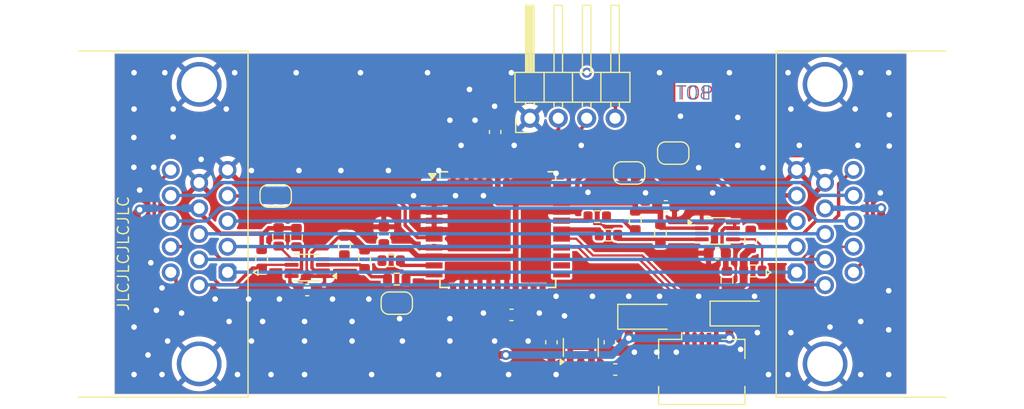
<source format=kicad_pcb>
(kicad_pcb
	(version 20241229)
	(generator "pcbnew")
	(generator_version "9.0")
	(general
		(thickness 1.6)
		(legacy_teardrops no)
	)
	(paper "A4")
	(layers
		(0 "F.Cu" signal)
		(2 "B.Cu" signal)
		(9 "F.Adhes" user "F.Adhesive")
		(11 "B.Adhes" user "B.Adhesive")
		(13 "F.Paste" user)
		(15 "B.Paste" user)
		(5 "F.SilkS" user "F.Silkscreen")
		(7 "B.SilkS" user "B.Silkscreen")
		(1 "F.Mask" user)
		(3 "B.Mask" user)
		(17 "Dwgs.User" user "User.Drawings")
		(19 "Cmts.User" user "User.Comments")
		(21 "Eco1.User" user "User.Eco1")
		(23 "Eco2.User" user "User.Eco2")
		(25 "Edge.Cuts" user)
		(27 "Margin" user)
		(31 "F.CrtYd" user "F.Courtyard")
		(29 "B.CrtYd" user "B.Courtyard")
		(35 "F.Fab" user)
		(33 "B.Fab" user)
		(39 "User.1" user)
		(41 "User.2" user)
		(43 "User.3" user)
		(45 "User.4" user)
		(47 "User.5" user)
		(49 "User.6" user)
		(51 "User.7" user)
		(53 "User.8" user)
		(55 "User.9" user)
	)
	(setup
		(pad_to_mask_clearance 0)
		(allow_soldermask_bridges_in_footprints no)
		(tenting front back)
		(pcbplotparams
			(layerselection 0x00000000_00000000_55555555_5755f5ff)
			(plot_on_all_layers_selection 0x00000000_00000000_00000000_00000000)
			(disableapertmacros no)
			(usegerberextensions no)
			(usegerberattributes yes)
			(usegerberadvancedattributes yes)
			(creategerberjobfile yes)
			(dashed_line_dash_ratio 12.000000)
			(dashed_line_gap_ratio 3.000000)
			(svgprecision 4)
			(plotframeref no)
			(mode 1)
			(useauxorigin no)
			(hpglpennumber 1)
			(hpglpenspeed 20)
			(hpglpendiameter 15.000000)
			(pdf_front_fp_property_popups yes)
			(pdf_back_fp_property_popups yes)
			(pdf_metadata yes)
			(pdf_single_document no)
			(dxfpolygonmode yes)
			(dxfimperialunits yes)
			(dxfusepcbnewfont yes)
			(psnegative no)
			(psa4output no)
			(plot_black_and_white yes)
			(sketchpadsonfab no)
			(plotpadnumbers no)
			(hidednponfab no)
			(sketchdnponfab yes)
			(crossoutdnponfab yes)
			(subtractmaskfromsilk no)
			(outputformat 1)
			(mirror no)
			(drillshape 1)
			(scaleselection 1)
			(outputdirectory "")
		)
	)
	(net 0 "")
	(net 1 "Net-(U2-BP)")
	(net 2 "+5V")
	(net 3 "Net-(U3-EN)")
	(net 4 "GND")
	(net 5 "Net-(U4-EN)")
	(net 6 "Net-(J1-Pin_3)")
	(net 7 "Net-(J1-Pin_2)")
	(net 8 "unconnected-(J4-ID-Pad4)")
	(net 9 "Net-(JP2-B)")
	(net 10 "Net-(JP3-B)")
	(net 11 "+3.3V")
	(net 12 "Net-(JP4-A)")
	(net 13 "Net-(JP5-A)")
	(net 14 "Net-(U1-PE1)")
	(net 15 "Net-(U3-SCL1)")
	(net 16 "Net-(U3-SDA1)")
	(net 17 "Net-(U1-PE0)")
	(net 18 "Net-(U1-PC1)")
	(net 19 "Net-(U4-SCL1)")
	(net 20 "Net-(U1-PC0)")
	(net 21 "Net-(U4-SDA1)")
	(net 22 "Net-(U1-PD0)")
	(net 23 "unconnected-(U1-PR1{slash}XTAL1-Pad37)")
	(net 24 "Net-(D1-A)")
	(net 25 "Net-(D2-A)")
	(net 26 "unconnected-(U1-PR0{slash}XTAL2-Pad36)")
	(net 27 "USB_DN")
	(net 28 "USB_DP")
	(net 29 "SRC_ID3_SCL")
	(net 30 "SRC_ID1_SDA")
	(net 31 "DPY_ID3_SCL")
	(net 32 "DPY_ID1_SDA")
	(net 33 "DPY_ID0_RES")
	(net 34 "DPY_ID2_RES")
	(net 35 "SRC_ID0_RES")
	(net 36 "SRC_ID2_RES")
	(net 37 "RED_RET")
	(net 38 "BLU")
	(net 39 "HSYNC")
	(net 40 "VSYNC")
	(net 41 "GRN")
	(net 42 "GRN_RET")
	(net 43 "RED")
	(net 44 "BLU_RET")
	(footprint "Capacitor_SMD:C_0603_1608Metric" (layer "F.Cu") (at 157.8661 118.0386))
	(footprint "Jumper:SolderJumper-2_P1.3mm_Open_RoundedPad1.0x1.5mm" (layer "F.Cu") (at 127.493 102.5146 180))
	(footprint "Jumper:SolderJumper-2_P1.3mm_Open_RoundedPad1.0x1.5mm" (layer "F.Cu") (at 159.116 100.457 180))
	(footprint "Capacitor_SMD:C_0603_1608Metric" (layer "F.Cu") (at 166.9861 107.6336 180))
	(footprint "Capacitor_SMD:C_0603_1608Metric" (layer "F.Cu") (at 130.3111 110.9286 180))
	(footprint "Resistor_SMD:R_0603_1608Metric" (layer "F.Cu") (at 129.3511 106.2286 -90))
	(footprint "Package_SO:VSSOP-8_2.3x2mm_P0.5mm" (layer "F.Cu") (at 166.9991 105.6426))
	(footprint "Connector_Dsub:DSUB-15-HD_Pins_Horizontal_P2.29x2.54mm_EdgePinOffset8.35mm_Housed_MountingHolesOffset10.89mm" (layer "F.Cu") (at 174.094669 109.349 90))
	(footprint "Connector_USB:USB_Micro-B_Amphenol_10104110_Horizontal" (layer "F.Cu") (at 165.6061 117))
	(footprint "Resistor_SMD:R_0603_1608Metric" (layer "F.Cu") (at 157.2561 106.0146 180))
	(footprint "Diode_SMD:D_MiniMELF" (layer "F.Cu") (at 169.009 113.03))
	(footprint "Capacitor_SMD:C_0603_1608Metric" (layer "F.Cu") (at 137.1661 106.0486 90))
	(footprint "Capacitor_SMD:C_0603_1608Metric" (layer "F.Cu") (at 147.1261 96.7986 90))
	(footprint "Jumper:SolderJumper-2_P1.3mm_Open_RoundedPad1.0x1.5mm" (layer "F.Cu") (at 163.053 98.679 180))
	(footprint "Resistor_SMD:R_0603_1608Metric" (layer "F.Cu") (at 127.762 106.172 90))
	(footprint "Resistor_SMD:R_0603_1608Metric" (layer "F.Cu") (at 156.2561 104.3636 180))
	(footprint "Capacitor_SMD:C_0603_1608Metric" (layer "F.Cu") (at 162.3911 103.4436))
	(footprint "Resistor_SMD:R_0603_1608Metric" (layer "F.Cu") (at 135.4461 108.1736 90))
	(footprint "Diode_SMD:D_MiniMELF" (layer "F.Cu") (at 160.7561 113.3186))
	(footprint "Resistor_SMD:R_0603_1608Metric" (layer "F.Cu") (at 138.3241 109.9516 180))
	(footprint "Connector_Dsub:DSUB-15-HD_Socket_Horizontal_P2.29x2.54mm_EdgePinOffset8.35mm_Housed_MountingHolesOffset10.89mm" (layer "F.Cu") (at 123.19 109.347 -90))
	(footprint "Resistor_SMD:R_0603_1608Metric"
		(layer "F.Cu")
		(uuid "a12dcf5e-6a5c-43d4-81bb-2a6e1658784b")
		(at 169.9861 106.3936 -90)
		(descr "Resistor SMD 0603 (1608 Metric), square (rectangular) end terminal, IPC_7351 nominal, (Body size source: IPC-SM-782 page 72, https://www.pcb-3d.com/wordpress/wp-content/uploads/ipc-sm-782a_amendment_1_and_2.pdf), generated with kicad-footprint-generator")
		(tags "resistor")
		(property "Reference" "R7"
			(at -2.2536 -0.0669 270)
			(layer "F.SilkS")
			(hide yes)
			(uuid "576f7bb3-c932-4150-85c0-ef39368e7a58")
			(effects
				(font
					(size 0.75 0.75)
					(thickness 0.12)
				)
			)
		)
		(property "Value" "47 kΩ"
			(at 0 1.43 270)
			(layer "F.Fab")
			(hide yes)
			(uuid "46770ea5-7c47-42fd-bf3d-a730dfc7b928")
			(effects
				(font
					(size 1 1)
					(thickness 0.15)
				)
			)
		)
		(property "Datasheet" "https://partdb.alfter.us/en/part/25/info"
			(at 0 0 270)
			(unlocked yes)
			(layer "F.Fab")
			(hide yes)
			(uuid "0008fa8a-f258-4f38-9002-bcd5273d8659")
			(effects
				(font
					(size 1.27 1.27)
					(thickness 0.15)
				)
			)
		)
		(property "Description" "47 kOhms ±1% 0.1W, 1/10W Chip Resistor 0603 (1608 Metric) Moisture Resistant Thick Film"
			(at 0 0 270)
			(unlocked yes)
			(layer "F.Fab")
			(hide yes)
			(uuid "1cf1a243-ba4b-48d8-94a4-4a795bcdbf66")
			(effects
				(font
					(size 1.27 1.27)
					(thickness 0.15)
				)
			)
		)
		(property "MPN" "RC0603FR-0747KL"
			(at 0 0 270)
			(unlocked yes)
			(layer "F.Fab")
			(hide yes)
			(uuid "9a2f58eb-10f7-4296-a758-2e84a7f5fc5b")
			(effects
				(font
					(size 1 1)
					(thickness 0.15)
				)
			)
		)
		(property "Manufacturer" "YAGEO"
			(at 0 0 270)
			(unlocked yes)
			(layer "F.Fab")
			(hide yes)
			(uuid "00757892-3d52-4d9c-8198-759cb0320c7c")
			(effects
				(font
					(size 1 1)
					(thickness 0.15)
				)
			)
		)
		(property "Category" "Resistors/ThickFilm"
			(at 0 0 270)
			(unlocked yes)
			(layer "F.Fab")
			(hide yes)
			(uuid "9b0a3c4f-e01d-4f05-bd65-08154eb509c1")
			(effects
				(font
					(size 1 1)
					(thickness 0.15)
				)
			)
		)
		(property "Manufacturing Status" "Active"
			(at 0 0 270)
			(unlocked yes)
			(layer "F.Fab")
			(hide yes)
			(uuid "e4642b44-2926-4d15-983d-a7e0629cf79b")
			(effects
				(font
					(size 1 1)
					(thickness 0.15)
				)
			)
		)
		(property "Part-DB Footprint" "0603"
			(at 0 0 270)
			(unlocked yes)
			(layer "F.Fab")
			(hide yes)
			(uuid "11628253-2a36-405f-8754-db985e025db1")
			(effects
				(font
					(size 1 1)
					(thickness 0.15)
				)
			)
		)
		(property "Part-DB ID" "25"
			(at 0 0 270)
			(unlocked yes)
			(layer "F.Fab")
			(hide yes)
			(uuid "6df366f0-ffd0-46d0-b800-5c5bebc41f21")
			(effects
				(font
					(size 1 1)
					(thickness 0.15)
				)
			)
		)
		(property "Characteristics" ""
			(at 0 0 270)
			(unlocked yes)
			(layer "F.Fab")
			(hide yes)
			(uuid "175fc264-c4cb-464e-a08e-ff2588dadaf9")
			(effects
				(font
					(size 1 1)
					(thickness 0.15)
				)
			)
		)
		(property "Critical" ""
			(at 0 0 270)
			(unlocked yes)
			(layer "F.Fab")
			(hide yes)
			(uuid "22caf294-e4a4-4868-bd81-6838bb5217e3")
			(effects
				(font
					(size 1 1)
					(thickness 0.15)
				)
			)
		)
		(property "DK_Mfr" ""
			(at 0 0 270)
			(unlocked yes)
			(layer "F.Fab")
			(hide yes)
			(uuid "ec739279-50db-4938-87cb-b79a89dc1f9c")
			(effects
				(font
					(size 1 1)
					(thickness 0.15)
				)
			)
		)
		(property "DK_Mfr_PN" ""
			(at 0 0 270)
			(unlocked yes)
			(layer "F.Fab")
			(hide yes)
			(uuid "b74e5a92-421c-4cd4-b3bc-b6d4dce75dd5")
			(effects
				(font
					(size 1 1)
					(thickness 0.15)
				)
			)
		)
		(property "DK_PN" ""
			(at 0 0 270)
			(unlocked yes)
			(layer "F.Fab")
			(hide yes)
			(uuid "0a209bc5-a310-4bb8-9ac6-bac5f9ad8495")
			(effects
				(font
					(size 1 1)
					(thickness 0.15)
				)
			)
		)
		(property "LCSC_Mfr" ""
			(at 0 0 270)
			(unlocked yes)
			(layer "F.Fab")
			(hide yes)
			(uuid "525ca6e0-a4ba-4a04-b825-955fdfcc6c15")
			(effects
				(font
					(size 1 1)
					(thickness 0.15)
				)
			)
		)
		(property "LCSC_Mfr_PN" ""
			(at 0 0 270)
			(unlocked yes)
			(layer "F.Fab")
			(hide yes)
			(uuid "e2465d9b-9c22-4ea0-8499-2b172174a0ad")
			(effects
				(font
					(size 1 1)
					(thickness 0.15)
				)
			)
		)
		(property "LCSC_PN" ""
			(at 0 0 270)
			(unlocked yes)
			(layer "F.Fab")
			(hide yes)
			(uuid "94896600-228b-4035-8cc4-83b2e5abe797")
			(effects
				(font
					(size 1 1)
					(thickness 0.15)
				)
			)
		)
		(property "Mass" ""
			(at 0 0 270)
			(unlocked yes)
			(layer "F.Fab")
			(hide yes)
			(uuid "65fe163a-338d-4866-b6f1-71517a0c88e5")
			(effects
				(font
					(size 1 1)
					(thickness 0.15)
				)
			)
		)
		(property "Notes" ""
			(at 0 0 270)
			(unlocked yes)
			(layer "F.Fab")
			(hide yes)
			(uuid "5d027f69-f508-4f5c-b443-2f2d4d8a2e40")
			(effects
				(font
					(size 1 1)
					(thickness 0.15)
				)
			)
		)
		(property "Package" ""
			(at 0 0 270)
			(unlocked yes)
			(layer "F.Fab")
			(hide yes)
			(uuid "c1715b88-00b4-4caf-9bd2-95edc47e3022")
			(effects
				(font
					(size 1 1)
					(thickness 0.15)
				)
			)
		)
		(property "Part-DB IPN" ""
			(at 0 0 270)
			(unlocked yes)
			(layer "F.Fab")
			(hide yes)
			(uuid "6668bb23-9e66-45f7-a9b2-8ee0b7eaf85e")
			(effects
				(font
					(size 1 1)
					(thickness 0.15)
				)
			)
		)
		(property "Src Any/Spec" ""
			(at 0 0 270)
			(unlocked yes)
			(layer "F.Fab")
			(hide yes)
			(uuid "a50c15b5-7057-4ed8-9df1-84e7e99a7896")
			(effects
				(font
					(size 1 1)
					(thickness 0.15)
				)
			)
		)
		(property "LCSC" "C25819"
			(at 0 0 0)
			(layer "F.SilkS")
			(hide yes)
			(uuid "c0921c03-6d28-49bf-a0b7-825677352ddb")
			(effects
				(font
					(size 1.27 1.27)
					(thickness 0.15)
				)
			)
		)
		(property ki_fp_filters "R_*")
		(path "/3b30cf15-2e5c-496a-b3b1-ab57f5cd8a08")
		(sheetname "/")
		(sheetfile "vga_edid_injector.kicad_sch")
		(attr smd)
		(fp_line
			(start -0.237258 0.5225)
			(end 0.237258 0.5225)
			(stroke
				(width 0.12)
				(type solid)
			)
			(layer "F.SilkS")
			(uuid "ef1e1668-8453-4b74-add9-795c0d314156")
		)
		(fp_line
			(start -0.237258 -0.5225)
			(end 0.237258 -0.5225)
			(stroke
				(width 0.12)
				(type solid)
			)
			(layer "F.SilkS")
			(uuid "06684a57-ae1d-4530-a0dd-f09c98fcfdfe")
		)
		(fp_line
			(start -1.48 0.73)
			(end -1.48 -0.73)
			(stroke
				(width 0.05)
				(type solid)
			)
			(layer "F.CrtYd")
			(uuid "2
... [436590 chars truncated]
</source>
